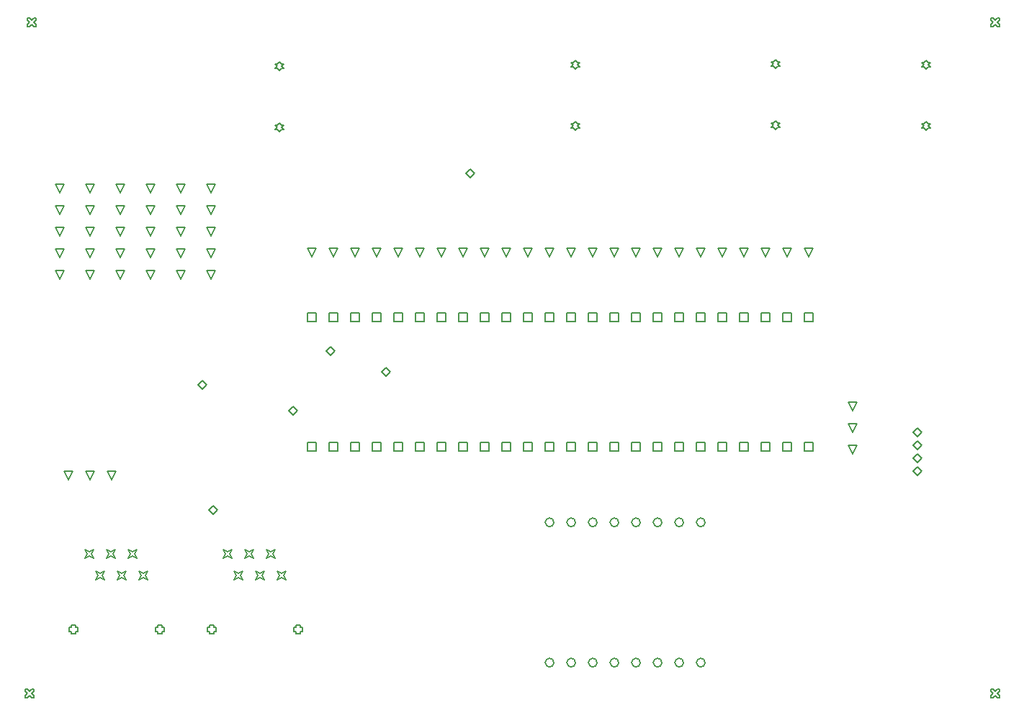
<source format=gbr>
%TF.GenerationSoftware,Altium Limited,Altium Designer,19.1.8 (144)*%
G04 Layer_Color=2752767*
%FSLAX26Y26*%
%MOIN*%
%TF.FileFunction,Drawing*%
%TF.Part,Single*%
G01*
G75*
%TA.AperFunction,NonConductor*%
%ADD71C,0.005000*%
%ADD72C,0.006667*%
D71*
X1438583Y1251417D02*
Y1291417D01*
X1478583D01*
Y1251417D01*
X1438583D01*
X1538583D02*
Y1291417D01*
X1578583D01*
Y1251417D01*
X1538583D01*
X1638583D02*
Y1291417D01*
X1678583D01*
Y1251417D01*
X1638583D01*
X1738583D02*
Y1291417D01*
X1778583D01*
Y1251417D01*
X1738583D01*
X1838583D02*
Y1291417D01*
X1878583D01*
Y1251417D01*
X1838583D01*
X1938583D02*
Y1291417D01*
X1978583D01*
Y1251417D01*
X1938583D01*
X2038583D02*
Y1291417D01*
X2078583D01*
Y1251417D01*
X2038583D01*
X2138583D02*
Y1291417D01*
X2178583D01*
Y1251417D01*
X2138583D01*
X2238583D02*
Y1291417D01*
X2278583D01*
Y1251417D01*
X2238583D01*
X2338583D02*
Y1291417D01*
X2378583D01*
Y1251417D01*
X2338583D01*
X2438583D02*
Y1291417D01*
X2478583D01*
Y1251417D01*
X2438583D01*
X2538583D02*
Y1291417D01*
X2578583D01*
Y1251417D01*
X2538583D01*
X2638583D02*
Y1291417D01*
X2678583D01*
Y1251417D01*
X2638583D01*
X2738583D02*
Y1291417D01*
X2778583D01*
Y1251417D01*
X2738583D01*
Y1851417D02*
Y1891417D01*
X2778583D01*
Y1851417D01*
X2738583D01*
X2638583D02*
Y1891417D01*
X2678583D01*
Y1851417D01*
X2638583D01*
X2538583D02*
Y1891417D01*
X2578583D01*
Y1851417D01*
X2538583D01*
X2438583D02*
Y1891417D01*
X2478583D01*
Y1851417D01*
X2438583D01*
X2338583D02*
Y1891417D01*
X2378583D01*
Y1851417D01*
X2338583D01*
X2238583D02*
Y1891417D01*
X2278583D01*
Y1851417D01*
X2238583D01*
X2138583D02*
Y1891417D01*
X2178583D01*
Y1851417D01*
X2138583D01*
X2038583D02*
Y1891417D01*
X2078583D01*
Y1851417D01*
X2038583D01*
X1938583D02*
Y1891417D01*
X1978583D01*
Y1851417D01*
X1938583D01*
X1838583D02*
Y1891417D01*
X1878583D01*
Y1851417D01*
X1838583D01*
X1738583D02*
Y1891417D01*
X1778583D01*
Y1851417D01*
X1738583D01*
X2938583Y1251417D02*
Y1291417D01*
X2978583D01*
Y1251417D01*
X2938583D01*
X3038583D02*
Y1291417D01*
X3078583D01*
Y1251417D01*
X3038583D01*
X3138583D02*
Y1291417D01*
X3178583D01*
Y1251417D01*
X3138583D01*
X3238583D02*
Y1291417D01*
X3278583D01*
Y1251417D01*
X3238583D01*
X3338583D02*
Y1291417D01*
X3378583D01*
Y1251417D01*
X3338583D01*
X3438583D02*
Y1291417D01*
X3478583D01*
Y1251417D01*
X3438583D01*
X3538583D02*
Y1291417D01*
X3578583D01*
Y1251417D01*
X3538583D01*
X3638583D02*
Y1291417D01*
X3678583D01*
Y1251417D01*
X3638583D01*
X3738583D02*
Y1291417D01*
X3778583D01*
Y1251417D01*
X3738583D01*
Y1851417D02*
Y1891417D01*
X3778583D01*
Y1851417D01*
X3738583D01*
X3638583D02*
Y1891417D01*
X3678583D01*
Y1851417D01*
X3638583D01*
X3538583D02*
Y1891417D01*
X3578583D01*
Y1851417D01*
X3538583D01*
X3438583D02*
Y1891417D01*
X3478583D01*
Y1851417D01*
X3438583D01*
X3338583D02*
Y1891417D01*
X3378583D01*
Y1851417D01*
X3338583D01*
X3238583D02*
Y1891417D01*
X3278583D01*
Y1851417D01*
X3238583D01*
X3138583D02*
Y1891417D01*
X3178583D01*
Y1851417D01*
X3138583D01*
X2838583Y1251417D02*
Y1291417D01*
X2878583D01*
Y1251417D01*
X2838583D01*
X1638583Y1851417D02*
Y1891417D01*
X1678583D01*
Y1851417D01*
X1638583D01*
X1538583D02*
Y1891417D01*
X1578583D01*
Y1851417D01*
X1538583D01*
X1438583D02*
Y1891417D01*
X1478583D01*
Y1851417D01*
X1438583D01*
X2838583D02*
Y1891417D01*
X2878583D01*
Y1851417D01*
X2838583D01*
X2938583D02*
Y1891417D01*
X2978583D01*
Y1851417D01*
X2938583D01*
X3038583D02*
Y1891417D01*
X3078583D01*
Y1851417D01*
X3038583D01*
X3960000Y1440000D02*
X3940000Y1480000D01*
X3980000D01*
X3960000Y1440000D01*
Y1340000D02*
X3940000Y1380000D01*
X3980000D01*
X3960000Y1340000D01*
Y1240000D02*
X3940000Y1280000D01*
X3980000D01*
X3960000Y1240000D01*
X290000Y2450000D02*
X270000Y2490000D01*
X310000D01*
X290000Y2450000D01*
Y2150000D02*
X270000Y2190000D01*
X310000D01*
X290000Y2150000D01*
Y2050000D02*
X270000Y2090000D01*
X310000D01*
X290000Y2050000D01*
Y2250000D02*
X270000Y2290000D01*
X310000D01*
X290000Y2250000D01*
Y2350000D02*
X270000Y2390000D01*
X310000D01*
X290000Y2350000D01*
X430000Y2450000D02*
X410000Y2490000D01*
X450000D01*
X430000Y2450000D01*
Y2150000D02*
X410000Y2190000D01*
X450000D01*
X430000Y2150000D01*
Y2050000D02*
X410000Y2090000D01*
X450000D01*
X430000Y2050000D01*
Y2250000D02*
X410000Y2290000D01*
X450000D01*
X430000Y2250000D01*
Y2350000D02*
X410000Y2390000D01*
X450000D01*
X430000Y2350000D01*
X570000Y2450000D02*
X550000Y2490000D01*
X590000D01*
X570000Y2450000D01*
Y2150000D02*
X550000Y2190000D01*
X590000D01*
X570000Y2150000D01*
Y2050000D02*
X550000Y2090000D01*
X590000D01*
X570000Y2050000D01*
Y2250000D02*
X550000Y2290000D01*
X590000D01*
X570000Y2250000D01*
Y2350000D02*
X550000Y2390000D01*
X590000D01*
X570000Y2350000D01*
X710000Y2450000D02*
X690000Y2490000D01*
X730000D01*
X710000Y2450000D01*
Y2150000D02*
X690000Y2190000D01*
X730000D01*
X710000Y2150000D01*
Y2050000D02*
X690000Y2090000D01*
X730000D01*
X710000Y2050000D01*
Y2250000D02*
X690000Y2290000D01*
X730000D01*
X710000Y2250000D01*
Y2350000D02*
X690000Y2390000D01*
X730000D01*
X710000Y2350000D01*
X850000Y2450000D02*
X830000Y2490000D01*
X870000D01*
X850000Y2450000D01*
Y2150000D02*
X830000Y2190000D01*
X870000D01*
X850000Y2150000D01*
Y2050000D02*
X830000Y2090000D01*
X870000D01*
X850000Y2050000D01*
Y2250000D02*
X830000Y2290000D01*
X870000D01*
X850000Y2250000D01*
Y2350000D02*
X830000Y2390000D01*
X870000D01*
X850000Y2350000D01*
X990000Y2450000D02*
X970000Y2490000D01*
X1010000D01*
X990000Y2450000D01*
Y2150000D02*
X970000Y2190000D01*
X1010000D01*
X990000Y2150000D01*
Y2050000D02*
X970000Y2090000D01*
X1010000D01*
X990000Y2050000D01*
Y2250000D02*
X970000Y2290000D01*
X1010000D01*
X990000Y2250000D01*
Y2350000D02*
X970000Y2390000D01*
X1010000D01*
X990000Y2350000D01*
X4300000Y3023465D02*
X4310000Y3033465D01*
X4320000D01*
X4310000Y3043465D01*
X4320000Y3053465D01*
X4310000D01*
X4300000Y3063465D01*
X4290000Y3053465D01*
X4280000D01*
X4290000Y3043465D01*
X4280000Y3033465D01*
X4290000D01*
X4300000Y3023465D01*
Y2740000D02*
X4310000Y2750000D01*
X4320000D01*
X4310000Y2760000D01*
X4320000Y2770000D01*
X4310000D01*
X4300000Y2780000D01*
X4290000Y2770000D01*
X4280000D01*
X4290000Y2760000D01*
X4280000Y2750000D01*
X4290000D01*
X4300000Y2740000D01*
X658583Y656417D02*
X668583Y676417D01*
X658583Y696417D01*
X678583Y686417D01*
X698583Y696417D01*
X688583Y676417D01*
X698583Y656417D01*
X678583Y666417D01*
X658583Y656417D01*
X558583D02*
X568583Y676417D01*
X558583Y696417D01*
X578583Y686417D01*
X598583Y696417D01*
X588583Y676417D01*
X598583Y656417D01*
X578583Y666417D01*
X558583Y656417D01*
X458583D02*
X468583Y676417D01*
X458583Y696417D01*
X478583Y686417D01*
X498583Y696417D01*
X488583Y676417D01*
X498583Y656417D01*
X478583Y666417D01*
X458583Y656417D01*
X608583Y756417D02*
X618583Y776417D01*
X608583Y796417D01*
X628583Y786417D01*
X648583Y796417D01*
X638583Y776417D01*
X648583Y756417D01*
X628583Y766417D01*
X608583Y756417D01*
X508583D02*
X518583Y776417D01*
X508583Y796417D01*
X528583Y786417D01*
X548583Y796417D01*
X538583Y776417D01*
X548583Y756417D01*
X528583Y766417D01*
X508583Y756417D01*
X408583D02*
X418583Y776417D01*
X408583Y796417D01*
X428583Y786417D01*
X448583Y796417D01*
X438583Y776417D01*
X448583Y756417D01*
X428583Y766417D01*
X408583Y756417D01*
X743583Y416417D02*
Y406417D01*
X763583D01*
Y416417D01*
X773583D01*
Y436417D01*
X763583D01*
Y446417D01*
X743583D01*
Y436417D01*
X733583D01*
Y416417D01*
X743583D01*
X343583D02*
Y406417D01*
X363583D01*
Y416417D01*
X373583D01*
Y436417D01*
X363583D01*
Y446417D01*
X343583D01*
Y436417D01*
X333583D01*
Y416417D01*
X343583D01*
X1298583Y656417D02*
X1308583Y676417D01*
X1298583Y696417D01*
X1318583Y686417D01*
X1338583Y696417D01*
X1328583Y676417D01*
X1338583Y656417D01*
X1318583Y666417D01*
X1298583Y656417D01*
X1198583D02*
X1208583Y676417D01*
X1198583Y696417D01*
X1218583Y686417D01*
X1238583Y696417D01*
X1228583Y676417D01*
X1238583Y656417D01*
X1218583Y666417D01*
X1198583Y656417D01*
X1098583D02*
X1108583Y676417D01*
X1098583Y696417D01*
X1118583Y686417D01*
X1138583Y696417D01*
X1128583Y676417D01*
X1138583Y656417D01*
X1118583Y666417D01*
X1098583Y656417D01*
X1248583Y756417D02*
X1258583Y776417D01*
X1248583Y796417D01*
X1268583Y786417D01*
X1288583Y796417D01*
X1278583Y776417D01*
X1288583Y756417D01*
X1268583Y766417D01*
X1248583Y756417D01*
X1148583D02*
X1158583Y776417D01*
X1148583Y796417D01*
X1168583Y786417D01*
X1188583Y796417D01*
X1178583Y776417D01*
X1188583Y756417D01*
X1168583Y766417D01*
X1148583Y756417D01*
X1048583D02*
X1058583Y776417D01*
X1048583Y796417D01*
X1068583Y786417D01*
X1088583Y796417D01*
X1078583Y776417D01*
X1088583Y756417D01*
X1068583Y766417D01*
X1048583Y756417D01*
X1383583Y416417D02*
Y406417D01*
X1403583D01*
Y416417D01*
X1413583D01*
Y436417D01*
X1403583D01*
Y446417D01*
X1383583D01*
Y436417D01*
X1373583D01*
Y416417D01*
X1383583D01*
X983583D02*
Y406417D01*
X1003583D01*
Y416417D01*
X1013583D01*
Y436417D01*
X1003583D01*
Y446417D01*
X983583D01*
Y436417D01*
X973583D01*
Y416417D01*
X983583D01*
X1558583Y2151417D02*
X1538583Y2191417D01*
X1578583D01*
X1558583Y2151417D01*
X1658583D02*
X1638583Y2191417D01*
X1678583D01*
X1658583Y2151417D01*
X1758583D02*
X1738583Y2191417D01*
X1778583D01*
X1758583Y2151417D01*
X1858583D02*
X1838583Y2191417D01*
X1878583D01*
X1858583Y2151417D01*
X2258583D02*
X2238583Y2191417D01*
X2278583D01*
X2258583Y2151417D01*
X2158583D02*
X2138583Y2191417D01*
X2178583D01*
X2158583Y2151417D01*
X2058583D02*
X2038583Y2191417D01*
X2078583D01*
X2058583Y2151417D01*
X1958583D02*
X1938583Y2191417D01*
X1978583D01*
X1958583Y2151417D01*
X2658583D02*
X2638583Y2191417D01*
X2678583D01*
X2658583Y2151417D01*
X2558583D02*
X2538583Y2191417D01*
X2578583D01*
X2558583Y2151417D01*
X2458583D02*
X2438583Y2191417D01*
X2478583D01*
X2458583Y2151417D01*
X2358583D02*
X2338583Y2191417D01*
X2378583D01*
X2358583Y2151417D01*
X3058583D02*
X3038583Y2191417D01*
X3078583D01*
X3058583Y2151417D01*
X2958583D02*
X2938583Y2191417D01*
X2978583D01*
X2958583Y2151417D01*
X2858583D02*
X2838583Y2191417D01*
X2878583D01*
X2858583Y2151417D01*
X2758583D02*
X2738583Y2191417D01*
X2778583D01*
X2758583Y2151417D01*
X3458583D02*
X3438583Y2191417D01*
X3478583D01*
X3458583Y2151417D01*
X3558583D02*
X3538583Y2191417D01*
X3578583D01*
X3558583Y2151417D01*
X3658583D02*
X3638583Y2191417D01*
X3678583D01*
X3658583Y2151417D01*
X3758583D02*
X3738583Y2191417D01*
X3778583D01*
X3758583Y2151417D01*
X3158583D02*
X3138583Y2191417D01*
X3178583D01*
X3158583Y2151417D01*
X3258583D02*
X3238583Y2191417D01*
X3278583D01*
X3258583Y2151417D01*
X3358583D02*
X3338583Y2191417D01*
X3378583D01*
X3358583Y2151417D01*
X1458583D02*
X1438583Y2191417D01*
X1478583D01*
X1458583Y2151417D01*
X330000Y1120000D02*
X310000Y1160000D01*
X350000D01*
X330000Y1120000D01*
X430000D02*
X410000Y1160000D01*
X450000D01*
X430000Y1120000D01*
X530000D02*
X510000Y1160000D01*
X550000D01*
X530000Y1120000D01*
X3603583Y3024882D02*
X3613583Y3034882D01*
X3623583D01*
X3613583Y3044882D01*
X3623583Y3054882D01*
X3613583D01*
X3603583Y3064882D01*
X3593583Y3054882D01*
X3583583D01*
X3593583Y3044882D01*
X3583583Y3034882D01*
X3593583D01*
X3603583Y3024882D01*
Y2741417D02*
X3613583Y2751417D01*
X3623583D01*
X3613583Y2761417D01*
X3623583Y2771417D01*
X3613583D01*
X3603583Y2781417D01*
X3593583Y2771417D01*
X3583583D01*
X3593583Y2761417D01*
X3583583Y2751417D01*
X3593583D01*
X3603583Y2741417D01*
X1308780Y3016417D02*
X1318780Y3026417D01*
X1328780D01*
X1318780Y3036417D01*
X1328780Y3046417D01*
X1318780D01*
X1308780Y3056417D01*
X1298780Y3046417D01*
X1288780D01*
X1298780Y3036417D01*
X1288780Y3026417D01*
X1298780D01*
X1308780Y3016417D01*
Y2732953D02*
X1318780Y2742953D01*
X1328780D01*
X1318780Y2752953D01*
X1328780Y2762953D01*
X1318780D01*
X1308780Y2772953D01*
X1298780Y2762953D01*
X1288780D01*
X1298780Y2752953D01*
X1288780Y2742953D01*
X1298780D01*
X1308780Y2732953D01*
X2678780Y3021417D02*
X2688780Y3031417D01*
X2698780D01*
X2688780Y3041417D01*
X2698780Y3051417D01*
X2688780D01*
X2678780Y3061417D01*
X2668780Y3051417D01*
X2658780D01*
X2668780Y3041417D01*
X2658780Y3031417D01*
X2668780D01*
X2678780Y3021417D01*
Y2737953D02*
X2688780Y2747953D01*
X2698780D01*
X2688780Y2757953D01*
X2698780Y2767953D01*
X2688780D01*
X2678780Y2777953D01*
X2668780Y2767953D01*
X2658780D01*
X2668780Y2757953D01*
X2658780Y2747953D01*
X2668780D01*
X2678780Y2737953D01*
X4600000Y3220000D02*
X4610000D01*
X4620000Y3230000D01*
X4630000Y3220000D01*
X4640000D01*
Y3230000D01*
X4630000Y3240000D01*
X4640000Y3250000D01*
Y3260000D01*
X4630000D01*
X4620000Y3250000D01*
X4610000Y3260000D01*
X4600000D01*
Y3250000D01*
X4610000Y3240000D01*
X4600000Y3230000D01*
Y3220000D01*
Y110000D02*
X4610000D01*
X4620000Y120000D01*
X4630000Y110000D01*
X4640000D01*
Y120000D01*
X4630000Y130000D01*
X4640000Y140000D01*
Y150000D01*
X4630000D01*
X4620000Y140000D01*
X4610000Y150000D01*
X4600000D01*
Y140000D01*
X4610000Y130000D01*
X4600000Y120000D01*
Y110000D01*
X130000D02*
X140000D01*
X150000Y120000D01*
X160000Y110000D01*
X170000D01*
Y120000D01*
X160000Y130000D01*
X170000Y140000D01*
Y150000D01*
X160000D01*
X150000Y140000D01*
X140000Y150000D01*
X130000D01*
Y140000D01*
X140000Y130000D01*
X130000Y120000D01*
Y110000D01*
X140000Y3220000D02*
X150000D01*
X160000Y3230000D01*
X170000Y3220000D01*
X180000D01*
Y3230000D01*
X170000Y3240000D01*
X180000Y3250000D01*
Y3260000D01*
X170000D01*
X160000Y3250000D01*
X150000Y3260000D01*
X140000D01*
Y3250000D01*
X150000Y3240000D01*
X140000Y3230000D01*
Y3220000D01*
X4240000Y1160000D02*
X4260000Y1180000D01*
X4280000Y1160000D01*
X4260000Y1140000D01*
X4240000Y1160000D01*
Y1220000D02*
X4260000Y1240000D01*
X4280000Y1220000D01*
X4260000Y1200000D01*
X4240000Y1220000D01*
Y1280000D02*
X4260000Y1300000D01*
X4280000Y1280000D01*
X4260000Y1260000D01*
X4240000Y1280000D01*
Y1340000D02*
X4260000Y1360000D01*
X4280000Y1340000D01*
X4260000Y1320000D01*
X4240000Y1340000D01*
X1350000Y1440000D02*
X1370000Y1460000D01*
X1390000Y1440000D01*
X1370000Y1420000D01*
X1350000Y1440000D01*
X930000Y1560000D02*
X950000Y1580000D01*
X970000Y1560000D01*
X950000Y1540000D01*
X930000Y1560000D01*
X1780000Y1620000D02*
X1800000Y1640000D01*
X1820000Y1620000D01*
X1800000Y1600000D01*
X1780000Y1620000D01*
X980000Y980000D02*
X1000000Y1000000D01*
X1020000Y980000D01*
X1000000Y960000D01*
X980000Y980000D01*
X1525000Y1715000D02*
X1545000Y1735000D01*
X1565000Y1715000D01*
X1545000Y1695000D01*
X1525000Y1715000D01*
X2170000Y2540000D02*
X2190000Y2560000D01*
X2210000Y2540000D01*
X2190000Y2520000D01*
X2170000Y2540000D01*
D72*
X2678583Y271417D02*
G03*
X2678583Y271417I-20000J0D01*
G01*
X2578583D02*
G03*
X2578583Y271417I-20000J0D01*
G01*
X2678583Y921417D02*
G03*
X2678583Y921417I-20000J0D01*
G01*
X2578583D02*
G03*
X2578583Y921417I-20000J0D01*
G01*
X2878583Y271417D02*
G03*
X2878583Y271417I-20000J0D01*
G01*
X2778583D02*
G03*
X2778583Y271417I-20000J0D01*
G01*
X2878583Y921417D02*
G03*
X2878583Y921417I-20000J0D01*
G01*
X2778583D02*
G03*
X2778583Y921417I-20000J0D01*
G01*
X3078583Y271417D02*
G03*
X3078583Y271417I-20000J0D01*
G01*
X2978583D02*
G03*
X2978583Y271417I-20000J0D01*
G01*
X3078583Y921417D02*
G03*
X3078583Y921417I-20000J0D01*
G01*
X2978583D02*
G03*
X2978583Y921417I-20000J0D01*
G01*
X3178583D02*
G03*
X3178583Y921417I-20000J0D01*
G01*
X3278583D02*
G03*
X3278583Y921417I-20000J0D01*
G01*
X3178583Y271417D02*
G03*
X3178583Y271417I-20000J0D01*
G01*
X3278583D02*
G03*
X3278583Y271417I-20000J0D01*
G01*
%TF.MD5,1a1ee78cb7808966c5800798bab76b9e*%
M02*

</source>
